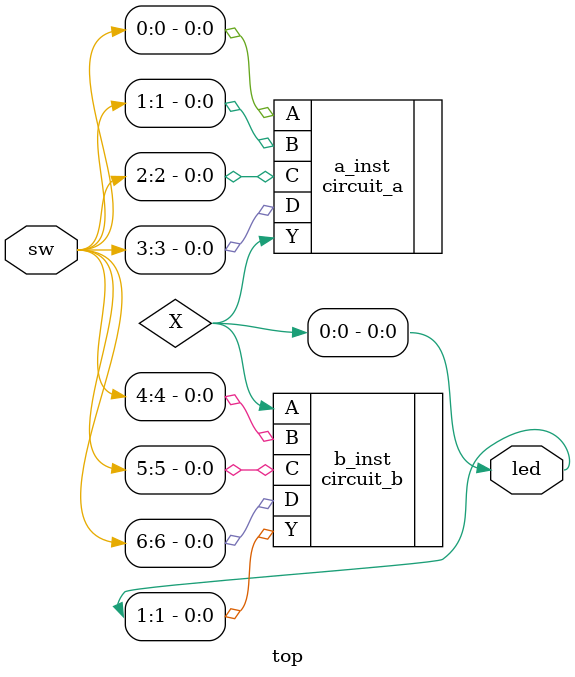
<source format=v>
module top(
    input [6:0]sw,
    output [1:0]led
);
    wire X;

    circuit_a a_inst(
        .A(sw[0]),
        .B(sw[1]),
        .C(sw[2]),
        .D(sw[3]),
        .Y(X)
    );
    
    assign led[0] = X;
    
    circuit_b b_inst(
        .A(X),
        .B(sw[4]),
        .C(sw[5]),
        .D(sw[6]),
        .Y(led[1])
    );
    
endmodule
</source>
